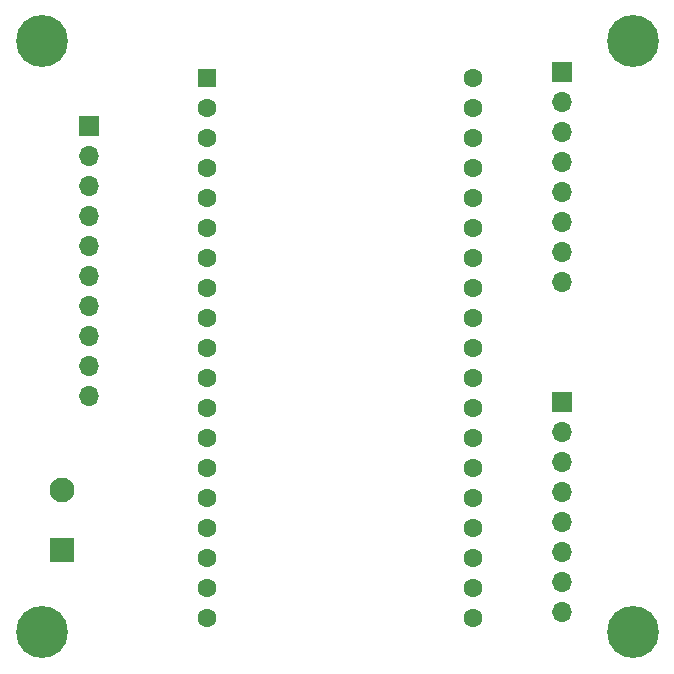
<source format=gtl>
%TF.GenerationSoftware,KiCad,Pcbnew,(6.0.0)*%
%TF.CreationDate,2022-02-11T13:00:50-03:00*%
%TF.ProjectId,Placa Digital,506c6163-6120-4446-9967-6974616c2e6b,V01*%
%TF.SameCoordinates,Original*%
%TF.FileFunction,Copper,L1,Top*%
%TF.FilePolarity,Positive*%
%FSLAX46Y46*%
G04 Gerber Fmt 4.6, Leading zero omitted, Abs format (unit mm)*
G04 Created by KiCad (PCBNEW (6.0.0)) date 2022-02-11 13:00:50*
%MOMM*%
%LPD*%
G01*
G04 APERTURE LIST*
%TA.AperFunction,ComponentPad*%
%ADD10R,1.600000X1.600000*%
%TD*%
%TA.AperFunction,ComponentPad*%
%ADD11C,1.600000*%
%TD*%
%TA.AperFunction,ComponentPad*%
%ADD12O,1.700000X1.700000*%
%TD*%
%TA.AperFunction,ComponentPad*%
%ADD13R,1.700000X1.700000*%
%TD*%
%TA.AperFunction,ComponentPad*%
%ADD14C,0.700000*%
%TD*%
%TA.AperFunction,ComponentPad*%
%ADD15C,4.400000*%
%TD*%
%TA.AperFunction,ComponentPad*%
%ADD16R,2.100000X2.100000*%
%TD*%
%TA.AperFunction,ComponentPad*%
%ADD17C,2.100000*%
%TD*%
G04 APERTURE END LIST*
D10*
%TO.P,U1,1,3V3*%
%TO.N,unconnected-(U1-Pad1)*%
X132000000Y-62140000D03*
D11*
%TO.P,U1,2,EN*%
%TO.N,unconnected-(U1-Pad2)*%
X132000000Y-64680000D03*
%TO.P,U1,3,SENSOR_VP*%
%TO.N,/toMicroC_ADC_DB0*%
X132000000Y-67220000D03*
%TO.P,U1,4,SENSOR_VN*%
%TO.N,/toMicroC_ADC_DB1*%
X132000000Y-69760000D03*
%TO.P,U1,5,IO34*%
%TO.N,/toMicroC_ADC_DB2*%
X132000000Y-72300000D03*
%TO.P,U1,6,IO35*%
%TO.N,/toMicroC_ADC_DB3*%
X132000000Y-74840000D03*
%TO.P,U1,7,IO32*%
%TO.N,/toMicroC_ADC_DB4*%
X132000000Y-77380000D03*
%TO.P,U1,8,IO33*%
%TO.N,/toMicroC_ADC_DB5*%
X132000000Y-79920000D03*
%TO.P,U1,9,IO25*%
%TO.N,/toMicroC_ADC_DB6*%
X132000000Y-82460000D03*
%TO.P,U1,10,IO26*%
%TO.N,/toMicroC_ADC_DB7*%
X132000000Y-85000000D03*
%TO.P,U1,11,IO27*%
%TO.N,/fromMicroC_ADC_RD*%
X132000000Y-87540000D03*
%TO.P,U1,12,IO14*%
%TO.N,/fromMicroC_ADC_RST*%
X132000000Y-90080000D03*
%TO.P,U1,13,IO12*%
%TO.N,/fromMicroC_ADC_CONV*%
X132000000Y-92620000D03*
%TO.P,U1,14,GND1*%
%TO.N,GND*%
X132000000Y-95160000D03*
%TO.P,U1,15,IO13*%
%TO.N,/toMicroC_ADC_BUSY*%
X132000000Y-97700000D03*
%TO.P,U1,16,SD2*%
%TO.N,unconnected-(U1-Pad16)*%
X132000000Y-100240000D03*
%TO.P,U1,17,SD3*%
%TO.N,unconnected-(U1-Pad17)*%
X132000000Y-102780000D03*
%TO.P,U1,18,CMD*%
%TO.N,unconnected-(U1-Pad18)*%
X132000000Y-105320000D03*
%TO.P,U1,19,EXT_5V*%
%TO.N,+5V*%
X132000000Y-107860000D03*
%TO.P,U1,20,GND3*%
%TO.N,GND*%
X154500000Y-107860000D03*
%TO.P,U1,21,IO23*%
%TO.N,/toMicroC_Button1*%
X154500000Y-105320000D03*
%TO.P,U1,22,IO22*%
%TO.N,/toMicroC_Button2*%
X154500000Y-102780000D03*
%TO.P,U1,23,TXD0*%
%TO.N,/toMicroC_Button3*%
X154500000Y-100240000D03*
%TO.P,U1,24,RXD0*%
%TO.N,/toMicroC_OverVoltageSignal*%
X154500000Y-97700000D03*
%TO.P,U1,25,IO21*%
%TO.N,/fromMicroC_DACI2C_SCL*%
X154500000Y-95160000D03*
%TO.P,U1,26,GND2*%
%TO.N,GND*%
X154500000Y-92620000D03*
%TO.P,U1,27,IO19*%
%TO.N,/fromMicroC_DACI2C_SDA*%
X154500000Y-90080000D03*
%TO.P,U1,28,IO18*%
%TO.N,/toMicroC_EncoderSignalA*%
X154500000Y-87540000D03*
%TO.P,U1,29,IO5*%
%TO.N,/toMicroC_EncoderSignalB*%
X154500000Y-85000000D03*
%TO.P,U1,30,IO17*%
%TO.N,/toMicroC_EncoderButton*%
X154500000Y-82460000D03*
%TO.P,U1,31,IO16*%
%TO.N,/fromMicroC_DisplaySCLK*%
X154500000Y-79920000D03*
%TO.P,U1,32,IO4*%
%TO.N,/fromMicroC_DisplaySID*%
X154500000Y-77380000D03*
%TO.P,U1,33,IO0*%
%TO.N,/fromMicroC_A6841CLK1*%
X154500000Y-74840000D03*
%TO.P,U1,34,IO2*%
%TO.N,/fromMicroC_A6841SerialDataIN*%
X154500000Y-72300000D03*
%TO.P,U1,35,IO15*%
%TO.N,/fromMicroC_A6841ST1*%
X154500000Y-69760000D03*
%TO.P,U1,36,SD1*%
%TO.N,unconnected-(U1-Pad36)*%
X154500000Y-67220000D03*
%TO.P,U1,37,SD0*%
%TO.N,unconnected-(U1-Pad37)*%
X154500000Y-64680000D03*
%TO.P,U1,38,CLK*%
%TO.N,unconnected-(U1-Pad38)*%
X154500000Y-62140000D03*
%TD*%
D12*
%TO.P,J4,1,Pin_1*%
%TO.N,/toMicroC_OverVoltageSignal*%
X122000000Y-86500000D03*
%TO.P,J4,2,Pin_2*%
%TO.N,/toMicroC_ADC_BUSY*%
X122000000Y-89040000D03*
D13*
%TO.P,J4,3,Pin_3*%
%TO.N,/toMicroC_ADC_DB0*%
X122000000Y-66180000D03*
D12*
%TO.P,J4,4,Pin_4*%
%TO.N,/toMicroC_ADC_DB1*%
X122000000Y-68720000D03*
%TO.P,J4,5,Pin_5*%
%TO.N,/toMicroC_ADC_DB2*%
X122000000Y-71260000D03*
%TO.P,J4,6,Pin_6*%
%TO.N,/toMicroC_ADC_DB3*%
X122000000Y-73800000D03*
%TO.P,J4,7,Pin_7*%
%TO.N,/toMicroC_ADC_DB4*%
X122000000Y-76340000D03*
%TO.P,J4,8,Pin_8*%
%TO.N,/toMicroC_ADC_DB5*%
X122000000Y-78880000D03*
%TO.P,J4,9,Pin_9*%
%TO.N,/toMicroC_ADC_DB6*%
X122000000Y-81420000D03*
%TO.P,J4,10,Pin_10*%
%TO.N,/toMicroC_ADC_DB7*%
X122000000Y-83960000D03*
%TD*%
D14*
%TO.P,H1,1*%
%TO.N,N/C*%
X116833274Y-60166726D03*
X116833274Y-57833274D03*
X119166726Y-57833274D03*
D15*
X118000000Y-59000000D03*
D14*
X118000000Y-57350000D03*
X116350000Y-59000000D03*
X118000000Y-60650000D03*
X119650000Y-59000000D03*
X119166726Y-60166726D03*
%TD*%
%TO.P,H3,1*%
%TO.N,N/C*%
X166833274Y-110166726D03*
X166350000Y-109000000D03*
X169650000Y-109000000D03*
X166833274Y-107833274D03*
X169166726Y-107833274D03*
D15*
X168000000Y-109000000D03*
D14*
X168000000Y-107350000D03*
X168000000Y-110650000D03*
X169166726Y-110166726D03*
%TD*%
D16*
%TO.P,U2,1*%
%TO.N,+5V*%
X119676098Y-102040000D03*
D17*
%TO.P,U2,2*%
%TO.N,GND*%
X119676098Y-96960000D03*
%TD*%
D14*
%TO.P,H2,1*%
%TO.N,N/C*%
X168000000Y-57350000D03*
X166350000Y-59000000D03*
X166833274Y-60166726D03*
D15*
X168000000Y-59000000D03*
D14*
X169166726Y-57833274D03*
X169650000Y-59000000D03*
X166833274Y-57833274D03*
X168000000Y-60650000D03*
X169166726Y-60166726D03*
%TD*%
D12*
%TO.P,J2,1,Pin_1*%
%TO.N,/toMicroC_EncoderButton*%
X162000000Y-94580000D03*
%TO.P,J2,2,Pin_2*%
%TO.N,/toMicroC_EncoderSignalB*%
X162000000Y-97120000D03*
%TO.P,J2,3,Pin_3*%
%TO.N,/toMicroC_EncoderSignalA*%
X162000000Y-99660000D03*
%TO.P,J2,4,Pin_4*%
%TO.N,/toMicroC_Button3*%
X162000000Y-102200000D03*
%TO.P,J2,5,Pin_5*%
%TO.N,/toMicroC_Button2*%
X162000000Y-104740000D03*
%TO.P,J2,6,Pin_6*%
%TO.N,/toMicroC_Button1*%
X162000000Y-107280000D03*
D13*
%TO.P,J2,7,Pin_7*%
%TO.N,/fromMicroC_DisplaySID*%
X162000000Y-89500000D03*
D12*
%TO.P,J2,8,Pin_8*%
%TO.N,/fromMicroC_DisplaySCLK*%
X162000000Y-92040000D03*
%TD*%
D14*
%TO.P,H4,1*%
%TO.N,N/C*%
X119650000Y-109000000D03*
X119166726Y-110166726D03*
X116350000Y-109000000D03*
X118000000Y-107350000D03*
X116833274Y-107833274D03*
X118000000Y-110650000D03*
X116833274Y-110166726D03*
X119166726Y-107833274D03*
D15*
X118000000Y-109000000D03*
%TD*%
D12*
%TO.P,J1,1,Pin_1*%
%TO.N,/fromMicroC_A6841ST1*%
X162000000Y-74325000D03*
%TO.P,J1,2,Pin_2*%
%TO.N,/fromMicroC_A6841SerialDataIN*%
X162000000Y-76865000D03*
%TO.P,J1,3,Pin_3*%
%TO.N,/fromMicroC_A6841CLK1*%
X162000000Y-79405000D03*
%TO.P,J1,4,Pin_4*%
%TO.N,/fromMicroC_DACI2C_SDA*%
X162000000Y-71785000D03*
%TO.P,J1,5,Pin_5*%
%TO.N,/fromMicroC_DACI2C_SCL*%
X162000000Y-69245000D03*
D13*
%TO.P,J1,6,Pin_6*%
%TO.N,/fromMicroC_ADC_RD*%
X162000000Y-61625000D03*
D12*
%TO.P,J1,7,Pin_7*%
%TO.N,/fromMicroC_ADC_RST*%
X162000000Y-64165000D03*
%TO.P,J1,8,Pin_8*%
%TO.N,/fromMicroC_ADC_CONV*%
X162000000Y-66705000D03*
%TD*%
M02*

</source>
